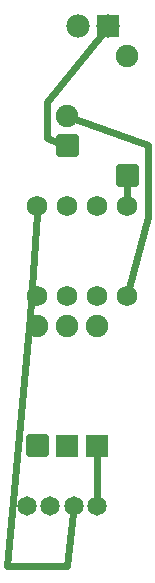
<source format=gbl>
G04 MADE WITH FRITZING*
G04 WWW.FRITZING.ORG*
G04 DOUBLE SIDED*
G04 HOLES PLATED*
G04 CONTOUR ON CENTER OF CONTOUR VECTOR*
%ASAXBY*%
%FSLAX23Y23*%
%MOIN*%
%OFA0B0*%
%SFA1.0B1.0*%
%ADD10C,0.075000*%
%ADD11C,0.065000*%
%ADD12C,0.068000*%
%ADD13C,0.078000*%
%ADD14R,0.075000X0.075000*%
%ADD15R,0.078000X0.078000*%
%ADD16C,0.024000*%
%ADD17C,0.020000*%
%LNCOPPER0*%
G90*
G70*
G54D10*
X271Y1476D03*
X271Y1576D03*
G54D11*
X135Y276D03*
X214Y276D03*
X292Y276D03*
X371Y276D03*
G54D10*
X471Y1376D03*
X471Y1776D03*
X371Y476D03*
X371Y876D03*
X171Y476D03*
X171Y876D03*
X271Y476D03*
X271Y876D03*
G54D12*
X171Y976D03*
X271Y976D03*
X371Y976D03*
X471Y976D03*
X471Y1276D03*
X371Y1276D03*
X271Y1276D03*
X171Y1276D03*
G54D13*
X407Y1876D03*
X307Y1876D03*
G54D14*
X371Y476D03*
X271Y476D03*
G54D15*
X407Y1876D03*
G54D16*
X290Y252D02*
X271Y76D01*
D02*
X271Y76D02*
X171Y76D01*
D02*
X171Y76D02*
X71Y76D01*
D02*
X71Y76D02*
X146Y908D01*
D02*
X146Y908D02*
X169Y1249D01*
D02*
X371Y300D02*
X371Y447D01*
D02*
X471Y1347D02*
X471Y1303D01*
D02*
X478Y1002D02*
X540Y1237D01*
X540Y1237D02*
X540Y1477D01*
X540Y1477D02*
X298Y1566D01*
D02*
X389Y1852D02*
X204Y1621D01*
X204Y1621D02*
X204Y1501D01*
X204Y1501D02*
X244Y1486D01*
G54D17*
X244Y1503D02*
X299Y1503D01*
X299Y1448D01*
X244Y1448D01*
X244Y1503D01*
D02*
X444Y1403D02*
X499Y1403D01*
X499Y1348D01*
X444Y1348D01*
X444Y1403D01*
D02*
X144Y503D02*
X199Y503D01*
X199Y448D01*
X144Y448D01*
X144Y503D01*
D02*
G04 End of Copper0*
M02*
</source>
